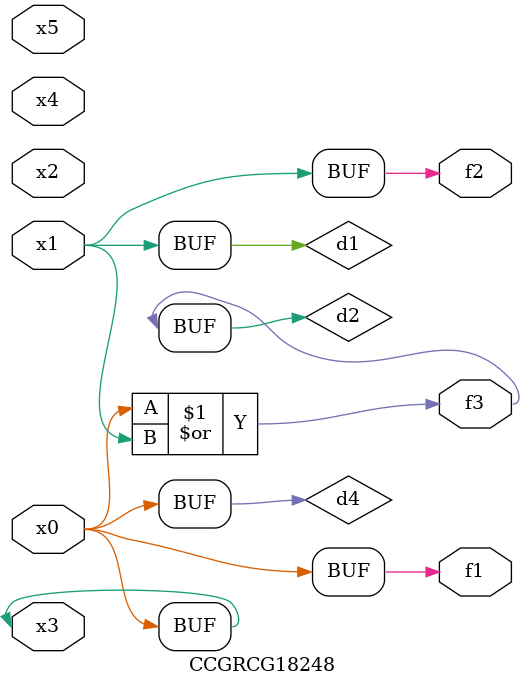
<source format=v>
module CCGRCG18248(
	input x0, x1, x2, x3, x4, x5,
	output f1, f2, f3
);

	wire d1, d2, d3, d4;

	and (d1, x1);
	or (d2, x0, x1);
	nand (d3, x0, x5);
	buf (d4, x0, x3);
	assign f1 = d4;
	assign f2 = d1;
	assign f3 = d2;
endmodule

</source>
